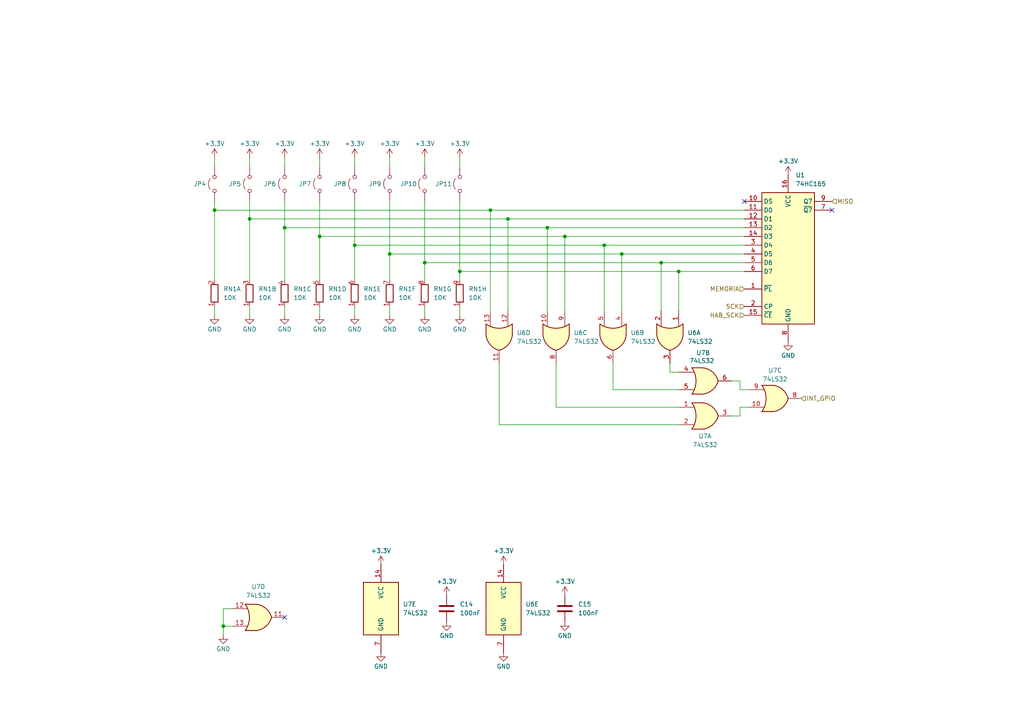
<source format=kicad_sch>
(kicad_sch (version 20250114) (generator "eeschema") (generator_version "9.0")
  (paper "A4")
  (lib_symbols
    (symbol "74xx:74HC165"
      (property "Reference" "U" (at -7.62 19.05 0))
      (property "Value" "74HC165" (at -7.62 -21.59 0))
      (symbol "74HC165_1_0"
        (pin input line (at -12.7 15.24 0) (length 5.08) (name "DS") (number "10"))
        (pin input line (at -12.7 12.7 0) (length 5.08) (name "D0") (number "11"))
        (pin input line (at -12.7 10.16 0) (length 5.08) (name "D1") (number "12"))
        (pin input line (at -12.7 7.62 0) (length 5.08) (name "D2") (number "13"))
        (pin input line (at -12.7 5.08 0) (length 5.08) (name "D3") (number "14"))
        (pin input line (at -12.7 2.54 0) (length 5.08) (name "D4") (number "3"))
        (pin input line (at -12.7 0 0) (length 5.08) (name "D5") (number "4"))
        (pin input line (at -12.7 -2.54 0) (length 5.08) (name "D6") (number "5"))
        (pin input line (at -12.7 -5.08 0) (length 5.08) (name "D7") (number "6"))
        (pin input line (at -12.7 -10.16 0) (length 5.08) (name "~{PL}") (number "1"))
        (pin input line (at -12.7 -15.24 0) (length 5.08) (name "CP") (number "2"))
        (pin input line (at -12.7 -17.78 0) (length 5.08) (name "~{CE}") (number "15"))
        (pin power_in line (at 0 22.86 270) (length 5.08) (name "VCC") (number "16"))
        (pin power_in line (at 0 -25.4 90) (length 5.08) (name "GND") (number "8"))
        (pin output line (at 12.7 15.24 180) (length 5.08) (name "Q7") (number "9"))
        (pin output line (at 12.7 12.7 180) (length 5.08) (name "~{Q7}") (number "7"))
      )
      (symbol "74HC165_1_1"
        (rectangle (start -7.62 17.78) (end 7.62 -20.32) (stroke (width 0.254)) (fill (type background)))
      )
    )
    (symbol "74xx:74LS32" (pin_names (offset 1.016))
      (property "Reference" "U" (at 0 1.27 0))
      (property "Value" "74LS32" (at 0 -1.27 0))
      (symbol "74LS32_1_1"
        (arc (start -3.81 3.81) (mid -2.589 0) (end -3.81 -3.81) (stroke (width 0.254)))
        (polyline (pts (xy -3.81 3.81) (xy -0.635 3.81)) (stroke (width 0.254)) (fill (type background)))
        (polyline (pts (xy -3.81 -3.81) (xy -0.635 -3.81)) (stroke (width 0.254)) (fill (type background)))
        (arc (start 3.81 0) (mid 2.1855 -2.584) (end -0.6096 -3.81) (stroke (width 0.254)) (fill (type background)))
        (arc (start -0.6096 3.81) (mid 2.1928 2.5924) (end 3.81 0) (stroke (width 0.254)) (fill (type background)))
        (polyline (pts (xy -0.635 3.81) (xy -3.81 3.81) (xy -3.81 3.81) (xy -3.556 3.4036) (xy -3.0226 2.2606) (xy -2.6924 1.0414) (xy -2.6162 -0.254) (xy -2.7686 -1.4986) (xy -3.175 -2.7178) (xy -3.81 -3.81) (xy -3.81 -3.81) (xy -0.635 -3.81)) (stroke (width -25.4)) (fill (type background)))
        (pin input line (at -7.62 2.54 0) (length 4.318) (name "~") (number "1"))
        (pin input line (at -7.62 -2.54 0) (length 4.318) (name "~") (number "2"))
        (pin output line (at 7.62 0 180) (length 3.81) (name "~") (number "3"))
      )
      (symbol "74LS32_1_2"
        (arc (start 0 3.81) (mid 3.7934 0) (end 0 -3.81) (stroke (width 0.254)) (fill (type background)))
        (polyline (pts (xy 0 3.81) (xy -3.81 3.81) (xy -3.81 -3.81) (xy 0 -3.81)) (stroke (width 0.254)) (fill (type background)))
        (pin input inverted (at -7.62 2.54 0) (length 3.81) (name "~") (number "1"))
        (pin input inverted (at -7.62 -2.54 0) (length 3.81) (name "~") (number "2"))
        (pin output inverted (at 7.62 0 180) (length 3.81) (name "~") (number "3"))
      )
      (symbol "74LS32_2_1"
        (arc (start -3.81 3.81) (mid -2.589 0) (end -3.81 -3.81) (stroke (width 0.254)))
        (polyline (pts (xy -3.81 3.81) (xy -0.635 3.81)) (stroke (width 0.254)) (fill (type background)))
        (polyline (pts (xy -3.81 -3.81) (xy -0.635 -3.81)) (stroke (width 0.254)) (fill (type background)))
        (arc (start 3.81 0) (mid 2.1855 -2.584) (end -0.6096 -3.81) (stroke (width 0.254)) (fill (type background)))
        (arc (start -0.6096 3.81) (mid 2.1928 2.5924) (end 3.81 0) (stroke (width 0.254)) (fill (type background)))
        (polyline (pts (xy -0.635 3.81) (xy -3.81 3.81) (xy -3.81 3.81) (xy -3.556 3.4036) (xy -3.0226 2.2606) (xy -2.6924 1.0414) (xy -2.6162 -0.254) (xy -2.7686 -1.4986) (xy -3.175 -2.7178) (xy -3.81 -3.81) (xy -3.81 -3.81) (xy -0.635 -3.81)) (stroke (width -25.4)) (fill (type background)))
        (pin input line (at -7.62 2.54 0) (length 4.318) (name "~") (number "4"))
        (pin input line (at -7.62 -2.54 0) (length 4.318) (name "~") (number "5"))
        (pin output line (at 7.62 0 180) (length 3.81) (name "~") (number "6"))
      )
      (symbol "74LS32_2_2"
        (arc (start 0 3.81) (mid 3.7934 0) (end 0 -3.81) (stroke (width 0.254)) (fill (type background)))
        (polyline (pts (xy 0 3.81) (xy -3.81 3.81) (xy -3.81 -3.81) (xy 0 -3.81)) (stroke (width 0.254)) (fill (type background)))
        (pin input inverted (at -7.62 2.54 0) (length 3.81) (name "~") (number "4"))
        (pin input inverted (at -7.62 -2.54 0) (length 3.81) (name "~") (number "5"))
        (pin output inverted (at 7.62 0 180) (length 3.81) (name "~") (number "6"))
      )
      (symbol "74LS32_3_1"
        (arc (start -3.81 3.81) (mid -2.589 0) (end -3.81 -3.81) (stroke (width 0.254)))
        (polyline (pts (xy -3.81 3.81) (xy -0.635 3.81)) (stroke (width 0.254)) (fill (type background)))
        (polyline (pts (xy -3.81 -3.81) (xy -0.635 -3.81)) (stroke (width 0.254)) (fill (type background)))
        (arc (start 3.81 0) (mid 2.1855 -2.584) (end -0.6096 -3.81) (stroke (width 0.254)) (fill (type background)))
        (arc (start -0.6096 3.81) (mid 2.1928 2.5924) (end 3.81 0) (stroke (width 0.254)) (fill (type background)))
        (polyline (pts (xy -0.635 3.81) (xy -3.81 3.81) (xy -3.81 3.81) (xy -3.556 3.4036) (xy -3.0226 2.2606) (xy -2.6924 1.0414) (xy -2.6162 -0.254) (xy -2.7686 -1.4986) (xy -3.175 -2.7178) (xy -3.81 -3.81) (xy -3.81 -3.81) (xy -0.635 -3.81)) (stroke (width -25.4)) (fill (type background)))
        (pin input line (at -7.62 2.54 0) (length 4.318) (name "~") (number "9"))
        (pin input line (at -7.62 -2.54 0) (length 4.318) (name "~") (number "10"))
        (pin output line (at 7.62 0 180) (length 3.81) (name "~") (number "8"))
      )
      (symbol "74LS32_3_2"
        (arc (start 0 3.81) (mid 3.7934 0) (end 0 -3.81) (stroke (width 0.254)) (fill (type background)))
        (polyline (pts (xy 0 3.81) (xy -3.81 3.81) (xy -3.81 -3.81) (xy 0 -3.81)) (stroke (width 0.254)) (fill (type background)))
        (pin input inverted (at -7.62 2.54 0) (length 3.81) (name "~") (number "9"))
        (pin input inverted (at -7.62 -2.54 0) (length 3.81) (name "~") (number "10"))
        (pin output inverted (at 7.62 0 180) (length 3.81) (name "~") (number "8"))
      )
      (symbol "74LS32_4_1"
        (arc (start -3.81 3.81) (mid -2.589 0) (end -3.81 -3.81) (stroke (width 0.254)))
        (polyline (pts (xy -3.81 3.81) (xy -0.635 3.81)) (stroke (width 0.254)) (fill (type background)))
        (polyline (pts (xy -3.81 -3.81) (xy -0.635 -3.81)) (stroke (width 0.254)) (fill (type background)))
        (arc (start 3.81 0) (mid 2.1855 -2.584) (end -0.6096 -3.81) (stroke (width 0.254)) (fill (type background)))
        (arc (start -0.6096 3.81) (mid 2.1928 2.5924) (end 3.81 0) (stroke (width 0.254)) (fill (type background)))
        (polyline (pts (xy -0.635 3.81) (xy -3.81 3.81) (xy -3.81 3.81) (xy -3.556 3.4036) (xy -3.0226 2.2606) (xy -2.6924 1.0414) (xy -2.6162 -0.254) (xy -2.7686 -1.4986) (xy -3.175 -2.7178) (xy -3.81 -3.81) (xy -3.81 -3.81) (xy -0.635 -3.81)) (stroke (width -25.4)) (fill (type background)))
        (pin input line (at -7.62 2.54 0) (length 4.318) (name "~") (number "12"))
        (pin input line (at -7.62 -2.54 0) (length 4.318) (name "~") (number "13"))
        (pin output line (at 7.62 0 180) (length 3.81) (name "~") (number "11"))
      )
      (symbol "74LS32_4_2"
        (arc (start 0 3.81) (mid 3.7934 0) (end 0 -3.81) (stroke (width 0.254)) (fill (type background)))
        (polyline (pts (xy 0 3.81) (xy -3.81 3.81) (xy -3.81 -3.81) (xy 0 -3.81)) (stroke (width 0.254)) (fill (type background)))
        (pin input inverted (at -7.62 2.54 0) (length 3.81) (name "~") (number "12"))
        (pin input inverted (at -7.62 -2.54 0) (length 3.81) (name "~") (number "13"))
        (pin output inverted (at 7.62 0 180) (length 3.81) (name "~") (number "11"))
      )
      (symbol "74LS32_5_0"
        (pin power_in line (at 0 12.7 270) (length 5.08) (name "VCC") (number "14"))
        (pin power_in line (at 0 -12.7 90) (length 5.08) (name "GND") (number "7"))
      )
      (symbol "74LS32_5_1"
        (rectangle (start -5.08 7.62) (end 5.08 -7.62) (stroke (width 0.254)) (fill (type background)))
      )
    )
    (symbol "Device:C" (pin_numbers (hide yes)) (pin_names (offset 0.254))
      (property "Reference" "C" (at 0.635 2.54 0))
      (property "Value" "C" (at 0.635 -2.54 0))
      (symbol "C_0_1"
        (polyline (pts (xy -2.032 0.762) (xy 2.032 0.762)) (stroke (width 0.508)))
        (polyline (pts (xy -2.032 -0.762) (xy 2.032 -0.762)) (stroke (width 0.508)))
      )
      (symbol "C_1_1"
        (pin passive line (at 0 3.81 270) (length 2.794) (name "~") (number "1"))
        (pin passive line (at 0 -3.81 90) (length 2.794) (name "~") (number "2"))
      )
    )
    (symbol "Device:R_Network08_Split" (pin_names (offset 0) (hide yes))
      (property "Reference" "RN" (at 2.032 0 90))
      (property "Value" "R_Network08_Split" (at 0 0 90))
      (symbol "R_Network08_Split_0_1"
        (rectangle (start 1.016 2.54) (end -1.016 -2.54) (stroke (width 0.254)))
        (pin passive line (at 0 3.81 270) (length 1.27) (name "R1") (number "1"))
      )
      (symbol "R_Network08_Split_1_1"
        (pin passive line (at 0 -3.81 90) (length 1.27) (name "R1.2") (number "2"))
      )
      (symbol "R_Network08_Split_2_1"
        (pin passive line (at 0 -3.81 90) (length 1.27) (name "R2.2") (number "3"))
      )
      (symbol "R_Network08_Split_3_1"
        (pin passive line (at 0 -3.81 90) (length 1.27) (name "R3.2") (number "4"))
      )
      (symbol "R_Network08_Split_4_1"
        (pin passive line (at 0 -3.81 90) (length 1.27) (name "R4.2") (number "5"))
      )
      (symbol "R_Network08_Split_5_1"
        (pin passive line (at 0 -3.81 90) (length 1.27) (name "R5.2") (number "6"))
      )
      (symbol "R_Network08_Split_6_1"
        (pin passive line (at 0 -3.81 90) (length 1.27) (name "R6.2") (number "7"))
      )
      (symbol "R_Network08_Split_7_1"
        (pin passive line (at 0 -3.81 90) (length 1.27) (name "R7.2") (number "8"))
      )
      (symbol "R_Network08_Split_8_1"
        (pin passive line (at 0 -3.81 90) (length 1.27) (name "R8.2") (number "9"))
      )
    )
    (symbol "Jumper:Jumper_2_Open" (pin_numbers (hide yes)) (pin_names (offset 0) (hide yes))
      (property "Reference" "JP" (at 0 2.794 0))
      (property "Value" "Jumper_2_Open" (at 0 -2.286 0))
      (symbol "Jumper_2_Open_0_0"
        (circle (center -2.032 0) (radius 0.508))
        (circle (center 2.032 0) (radius 0.508))
      )
      (symbol "Jumper_2_Open_0_1"
        (arc (start -1.524 1.27) (mid 0 1.778) (end 1.524 1.27))
      )
      (symbol "Jumper_2_Open_1_1"
        (pin passive line (at -5.08 0 0) (length 2.54) (name "A") (number "1"))
        (pin passive line (at 5.08 0 180) (length 2.54) (name "B") (number "2"))
      )
    )
    (symbol "power:+3.3V" (power) (pin_numbers (hide yes)) (pin_names (offset 0) (hide yes))
      (property "Value" "+3.3V" (at 0 3.556 0))
      (symbol "+3.3V_0_1"
        (polyline (pts (xy -0.762 1.27) (xy 0 2.54)))
        (polyline (pts (xy 0 2.54) (xy 0.762 1.27)))
        (polyline (pts (xy 0 0) (xy 0 2.54)))
      )
      (symbol "+3.3V_1_1"
        (pin power_in line (at 0 0 90) (length 0) (name "~") (number "1"))
      )
    )
    (symbol "power:GND" (power) (pin_numbers (hide yes)) (pin_names (offset 0) (hide yes))
      (property "Value" "GND" (at 0 -3.81 0))
      (symbol "GND_0_1"
        (polyline (pts (xy 0 0) (xy 0 -1.27) (xy 1.27 -1.27) (xy 0 -2.54) (xy -1.27 -1.27) (xy 0 -1.27)))
      )
      (symbol "GND_1_1"
        (pin power_in line (at 0 0 270) (length 0) (name "~") (number "1"))
      )
    )
  )
  (junction (at 72.39 63.5))
  (junction (at 133.35 78.74))
  (junction (at 123.19 76.2))
  (junction (at 92.71 68.58))
  (junction (at 62.23 60.96))
  (junction (at 175.26 71.12))
  (junction (at 180.34 73.66))
  (junction (at 191.77 76.2))
  (junction (at 102.87 71.12))
  (junction (at 196.85 78.74))
  (junction (at 142.24 60.96))
  (junction (at 64.77 181.61))
  (junction (at 158.75 66.04))
  (junction (at 147.32 63.5))
  (junction (at 113.03 73.66))
  (junction (at 82.55 66.04))
  (junction (at 163.83 68.58))
  (no_connect (at 82.55 179.07))
  (no_connect (at 215.9 58.42))
  (no_connect (at 241.3 60.96))
  (wire (pts (xy 62.23 88.9) (xy 62.23 91.44)))
  (wire (pts (xy 196.85 113.03) (xy 177.8 113.03)))
  (wire (pts (xy 72.39 81.28) (xy 72.39 63.5)))
  (wire (pts (xy 161.29 118.11) (xy 161.29 105.41)))
  (wire (pts (xy 64.77 176.53) (xy 67.31 176.53)))
  (wire (pts (xy 158.75 66.04) (xy 158.75 90.17)))
  (wire (pts (xy 180.34 73.66) (xy 180.34 90.17)))
  (wire (pts (xy 102.87 88.9) (xy 102.87 91.44)))
  (wire (pts (xy 133.35 45.72) (xy 133.35 48.26)))
  (wire (pts (xy 163.83 68.58) (xy 215.9 68.58)))
  (wire (pts (xy 62.23 81.28) (xy 62.23 60.96)))
  (wire (pts (xy 64.77 181.61) (xy 67.31 181.61)))
  (wire (pts (xy 177.8 113.03) (xy 177.8 105.41)))
  (wire (pts (xy 214.63 110.49) (xy 214.63 113.03)))
  (wire (pts (xy 123.19 88.9) (xy 123.19 91.44)))
  (wire (pts (xy 133.35 58.42) (xy 133.35 78.74)))
  (wire (pts (xy 113.03 58.42) (xy 113.03 73.66)))
  (wire (pts (xy 196.85 78.74) (xy 196.85 90.17)))
  (wire (pts (xy 82.55 88.9) (xy 82.55 91.44)))
  (wire (pts (xy 62.23 58.42) (xy 62.23 60.96)))
  (wire (pts (xy 214.63 113.03) (xy 217.17 113.03)))
  (wire (pts (xy 133.35 81.28) (xy 133.35 78.74)))
  (wire (pts (xy 196.85 118.11) (xy 161.29 118.11)))
  (wire (pts (xy 82.55 66.04) (xy 158.75 66.04)))
  (wire (pts (xy 82.55 58.42) (xy 82.55 66.04)))
  (wire (pts (xy 113.03 73.66) (xy 180.34 73.66)))
  (wire (pts (xy 163.83 68.58) (xy 163.83 90.17)))
  (wire (pts (xy 194.31 107.95) (xy 194.31 105.41)))
  (wire (pts (xy 191.77 76.2) (xy 191.77 90.17)))
  (wire (pts (xy 196.85 107.95) (xy 194.31 107.95)))
  (wire (pts (xy 142.24 60.96) (xy 142.24 90.17)))
  (wire (pts (xy 212.09 110.49) (xy 214.63 110.49)))
  (wire (pts (xy 158.75 66.04) (xy 215.9 66.04)))
  (wire (pts (xy 113.03 81.28) (xy 113.03 73.66)))
  (wire (pts (xy 133.35 78.74) (xy 196.85 78.74)))
  (wire (pts (xy 92.71 58.42) (xy 92.71 68.58)))
  (wire (pts (xy 175.26 71.12) (xy 215.9 71.12)))
  (wire (pts (xy 92.71 68.58) (xy 163.83 68.58)))
  (wire (pts (xy 214.63 118.11) (xy 217.17 118.11)))
  (wire (pts (xy 180.34 73.66) (xy 215.9 73.66)))
  (wire (pts (xy 123.19 76.2) (xy 123.19 81.28)))
  (wire (pts (xy 133.35 88.9) (xy 133.35 91.44)))
  (wire (pts (xy 72.39 88.9) (xy 72.39 91.44)))
  (wire (pts (xy 102.87 45.72) (xy 102.87 48.26)))
  (wire (pts (xy 175.26 71.12) (xy 175.26 90.17)))
  (wire (pts (xy 92.71 68.58) (xy 92.71 81.28)))
  (wire (pts (xy 64.77 184.15) (xy 64.77 181.61)))
  (wire (pts (xy 123.19 45.72) (xy 123.19 48.26)))
  (wire (pts (xy 102.87 71.12) (xy 175.26 71.12)))
  (wire (pts (xy 144.78 123.19) (xy 144.78 105.41)))
  (wire (pts (xy 62.23 60.96) (xy 142.24 60.96)))
  (wire (pts (xy 113.03 45.72) (xy 113.03 48.26)))
  (wire (pts (xy 212.09 120.65) (xy 214.63 120.65)))
  (wire (pts (xy 123.19 76.2) (xy 191.77 76.2)))
  (wire (pts (xy 147.32 63.5) (xy 147.32 90.17)))
  (wire (pts (xy 82.55 81.28) (xy 82.55 66.04)))
  (wire (pts (xy 92.71 45.72) (xy 92.71 48.26)))
  (wire (pts (xy 72.39 58.42) (xy 72.39 63.5)))
  (wire (pts (xy 62.23 45.72) (xy 62.23 48.26)))
  (wire (pts (xy 142.24 60.96) (xy 215.9 60.96)))
  (wire (pts (xy 82.55 45.72) (xy 82.55 48.26)))
  (wire (pts (xy 72.39 63.5) (xy 147.32 63.5)))
  (wire (pts (xy 196.85 123.19) (xy 144.78 123.19)))
  (wire (pts (xy 196.85 78.74) (xy 215.9 78.74)))
  (wire (pts (xy 64.77 181.61) (xy 64.77 176.53)))
  (wire (pts (xy 147.32 63.5) (xy 215.9 63.5)))
  (wire (pts (xy 214.63 120.65) (xy 214.63 118.11)))
  (wire (pts (xy 191.77 76.2) (xy 215.9 76.2)))
  (wire (pts (xy 113.03 88.9) (xy 113.03 91.44)))
  (wire (pts (xy 102.87 81.28) (xy 102.87 71.12)))
  (wire (pts (xy 92.71 88.9) (xy 92.71 91.44)))
  (wire (pts (xy 102.87 58.42) (xy 102.87 71.12)))
  (wire (pts (xy 72.39 45.72) (xy 72.39 48.26)))
  (wire (pts (xy 123.19 58.42) (xy 123.19 76.2)))
  (hierarchical_label "SCK" (shape input) (at 215.9 88.9 180))
  (hierarchical_label "HAB_SCK" (shape input) (at 215.9 91.44 180))
  (hierarchical_label "MISO" (shape input) (at 241.3 58.42 0))
  (hierarchical_label "MEMORIA" (shape input) (at 215.9 83.82 180))
  (hierarchical_label "INT_GPIO" (shape input) (at 232.41 115.57 0))
  (symbol (lib_id "Jumper:Jumper_2_Open") (at 123.19 53.34 90) (unit 1)
    (property "Reference" "JP10" (at 116.078 53.34 90) (effects (justify right)))
    (property "Value" "Jumper_2_Open" (effects (hide yes)))
    (property "Footprint" "TestPoint:TestPoint_2Pads_Pitch2.54mm_Drill0.8mm" (effects (hide yes)))
    (property "Description" "Jumper, 2-pole, open" (effects (hide yes)))
  )
  (symbol (lib_id "power:+3.3V") (at 163.83 172.72 0) (unit 1)
    (property "Reference" "#PWR066" (effects (hide yes)))
    (property "Value" "+3.3V" (at 163.83 168.656 0))
    (property "Description" "Power symbol creates a global label with name \"+3.3V\"" (effects (hide yes)))
  )
  (symbol (lib_id "power:GND") (at 113.03 91.44 0) (unit 1)
    (property "Reference" "#PWR046" (effects (hide yes)))
    (property "Value" "GND" (at 113.03 95.504 0))
    (property "Description" "Power symbol creates a global label with name \"GND\" , ground" (effects (hide yes)))
  )
  (symbol (lib_id "Device:R_Network08_Split") (at 82.55 85.09 180) (unit 3)
    (property "Reference" "RN1" (at 85.09 83.8199 0) (effects (justify right)))
    (property "Value" "10K" (at 85.09 86.3599 0) (effects (justify right)))
    (property "Footprint" "Resistor_THT:R_Array_SIP9" (effects (hide yes)))
    (property "Datasheet" "http://www.vishay.com/docs/31509/csc.pdf" (effects (hide yes)))
    (property "Description" "8 resistor network, star topology, bussed resistors, split" (effects (hide yes)))
  )
  (symbol (lib_id "Device:R_Network08_Split") (at 123.19 85.09 180) (unit 7)
    (property "Reference" "RN1" (at 125.73 83.8199 0) (effects (justify right)))
    (property "Value" "10K" (at 125.73 86.3599 0) (effects (justify right)))
    (property "Footprint" "Resistor_THT:R_Array_SIP9" (effects (hide yes)))
    (property "Datasheet" "http://www.vishay.com/docs/31509/csc.pdf" (effects (hide yes)))
    (property "Description" "8 resistor network, star topology, bussed resistors, split" (effects (hide yes)))
  )
  (symbol (lib_id "power:+3.3V") (at 133.35 45.72 0) (unit 1)
    (property "Reference" "#PWR059" (effects (hide yes)))
    (property "Value" "+3.3V" (at 133.35 41.656 0))
    (property "Description" "Power symbol creates a global label with name \"+3.3V\"" (effects (hide yes)))
  )
  (symbol (lib_id "Jumper:Jumper_2_Open") (at 72.39 53.34 90) (unit 1)
    (property "Reference" "JP5" (at 66.294 53.34 90) (effects (justify right)))
    (property "Value" "Jumper_2_Open" (effects (hide yes)))
    (property "Footprint" "TestPoint:TestPoint_2Pads_Pitch2.54mm_Drill0.8mm" (effects (hide yes)))
    (property "Description" "Jumper, 2-pole, open" (effects (hide yes)))
  )
  (symbol (lib_id "Device:R_Network08_Split") (at 92.71 85.09 180) (unit 4)
    (property "Reference" "RN1" (at 95.25 83.8199 0) (effects (justify right)))
    (property "Value" "10K" (at 95.25 86.3599 0) (effects (justify right)))
    (property "Footprint" "Resistor_THT:R_Array_SIP9" (effects (hide yes)))
    (property "Datasheet" "http://www.vishay.com/docs/31509/csc.pdf" (effects (hide yes)))
    (property "Description" "8 resistor network, star topology, bussed resistors, split" (effects (hide yes)))
  )
  (symbol (lib_id "74xx:74LS32") (at 161.29 97.79 270) (unit 3)
    (property "Reference" "U6" (at 166.37 96.5199 90) (effects (justify left)))
    (property "Value" "74LS32" (at 166.37 99.0599 90) (effects (justify left)))
    (property "Datasheet" "http://www.ti.com/lit/gpn/sn74LS32" (effects (hide yes)))
    (property "Description" "Quad 2-input OR" (effects (hide yes)))
  )
  (symbol (lib_id "Jumper:Jumper_2_Open") (at 82.55 53.34 90) (unit 1)
    (property "Reference" "JP6" (at 76.454 53.34 90) (effects (justify right)))
    (property "Value" "Jumper_2_Open" (effects (hide yes)))
    (property "Footprint" "TestPoint:TestPoint_2Pads_Pitch2.54mm_Drill0.8mm" (effects (hide yes)))
    (property "Description" "Jumper, 2-pole, open" (effects (hide yes)))
  )
  (symbol (lib_id "power:+3.3V") (at 72.39 45.72 0) (unit 1)
    (property "Reference" "#PWR053" (effects (hide yes)))
    (property "Value" "+3.3V" (at 72.39 41.656 0))
    (property "Description" "Power symbol creates a global label with name \"+3.3V\"" (effects (hide yes)))
  )
  (symbol (lib_id "74xx:74LS32") (at 204.47 110.49 0) (unit 2)
    (property "Reference" "U7" (at 201.93 102.362 0) (effects (justify left)))
    (property "Value" "74LS32" (at 199.898 104.648 0) (effects (justify left)))
    (property "Datasheet" "http://www.ti.com/lit/gpn/sn74LS32" (effects (hide yes)))
    (property "Description" "Quad 2-input OR" (effects (hide yes)))
  )
  (symbol (lib_id "power:+3.3V") (at 82.55 45.72 0) (unit 1)
    (property "Reference" "#PWR054" (effects (hide yes)))
    (property "Value" "+3.3V" (at 82.55 41.656 0))
    (property "Description" "Power symbol creates a global label with name \"+3.3V\"" (effects (hide yes)))
  )
  (symbol (lib_id "74xx:74LS32") (at 110.49 176.53 0) (unit 5)
    (property "Reference" "U7" (at 116.84 175.2599 0) (effects (justify left)))
    (property "Value" "74LS32" (at 116.84 177.7999 0) (effects (justify left)))
    (property "Datasheet" "http://www.ti.com/lit/gpn/sn74LS32" (effects (hide yes)))
    (property "Description" "Quad 2-input OR" (effects (hide yes)))
  )
  (symbol (lib_id "74xx:74LS32") (at 194.31 97.79 270) (unit 1)
    (property "Reference" "U6" (at 199.39 96.5199 90) (effects (justify left)))
    (property "Value" "74LS32" (at 199.39 99.0599 90) (effects (justify left)))
    (property "Datasheet" "http://www.ti.com/lit/gpn/sn74LS32" (effects (hide yes)))
    (property "Description" "Quad 2-input OR" (effects (hide yes)))
  )
  (symbol (lib_id "Device:R_Network08_Split") (at 133.35 85.09 180) (unit 8)
    (property "Reference" "RN1" (at 135.89 83.8199 0) (effects (justify right)))
    (property "Value" "10K" (at 135.89 86.3599 0) (effects (justify right)))
    (property "Footprint" "Resistor_THT:R_Array_SIP9" (effects (hide yes)))
    (property "Datasheet" "http://www.vishay.com/docs/31509/csc.pdf" (effects (hide yes)))
    (property "Description" "8 resistor network, star topology, bussed resistors, split" (effects (hide yes)))
  )
  (symbol (lib_id "74xx:74HC165") (at 228.6 73.66 0) (unit 1)
    (property "Reference" "U1" (at 230.7433 50.8 0) (effects (justify left)))
    (property "Value" "74HC165" (at 230.7433 53.34 0) (effects (justify left)))
    (property "Footprint" "Package_SO:SOIC-16_3.9x9.9mm_P1.27mm" (effects (hide yes)))
    (property "Datasheet" "https://assets.nexperia.com/documents/data-sheet/74HC_HCT165.pdf" (effects (hide yes)))
    (property "Description" "Shift Register, 8-bit, Parallel Load" (effects (hide yes)))
  )
  (symbol (lib_id "power:GND") (at 123.19 91.44 0) (unit 1)
    (property "Reference" "#PWR045" (effects (hide yes)))
    (property "Value" "GND" (at 123.19 95.504 0))
    (property "Description" "Power symbol creates a global label with name \"GND\" , ground" (effects (hide yes)))
  )
  (symbol (lib_id "74xx:74LS32") (at 146.05 176.53 0) (unit 5)
    (property "Reference" "U6" (at 152.4 175.2599 0) (effects (justify left)))
    (property "Value" "74LS32" (at 152.4 177.7999 0) (effects (justify left)))
    (property "Datasheet" "http://www.ti.com/lit/gpn/sn74LS32" (effects (hide yes)))
    (property "Description" "Quad 2-input OR" (effects (hide yes)))
  )
  (symbol (lib_id "power:+3.3V") (at 228.6 50.8 0) (unit 1)
    (property "Reference" "#PWR01" (effects (hide yes)))
    (property "Value" "+3.3V" (at 228.6 46.736 0))
    (property "Description" "Power symbol creates a global label with name \"+3.3V\"" (effects (hide yes)))
  )
  (symbol (lib_id "power:GND") (at 92.71 91.44 0) (unit 1)
    (property "Reference" "#PWR048" (effects (hide yes)))
    (property "Value" "GND" (at 92.71 95.504 0))
    (property "Description" "Power symbol creates a global label with name \"GND\" , ground" (effects (hide yes)))
  )
  (symbol (lib_id "power:+3.3V") (at 123.19 45.72 0) (unit 1)
    (property "Reference" "#PWR058" (effects (hide yes)))
    (property "Value" "+3.3V" (at 123.19 41.656 0))
    (property "Description" "Power symbol creates a global label with name \"+3.3V\"" (effects (hide yes)))
  )
  (symbol (lib_id "power:GND") (at 102.87 91.44 0) (unit 1)
    (property "Reference" "#PWR047" (effects (hide yes)))
    (property "Value" "GND" (at 102.87 95.504 0))
    (property "Description" "Power symbol creates a global label with name \"GND\" , ground" (effects (hide yes)))
  )
  (symbol (lib_id "Device:R_Network08_Split") (at 102.87 85.09 180) (unit 5)
    (property "Reference" "RN1" (at 105.41 83.8199 0) (effects (justify right)))
    (property "Value" "10K" (at 105.41 86.3599 0) (effects (justify right)))
    (property "Footprint" "Resistor_THT:R_Array_SIP9" (effects (hide yes)))
    (property "Datasheet" "http://www.vishay.com/docs/31509/csc.pdf" (effects (hide yes)))
    (property "Description" "8 resistor network, star topology, bussed resistors, split" (effects (hide yes)))
  )
  (symbol (lib_id "Device:C") (at 163.83 176.53 0) (unit 1)
    (property "Reference" "C15" (at 167.64 175.2599 0) (effects (justify left)))
    (property "Value" "100nF" (at 167.64 177.7999 0) (effects (justify left)))
    (property "Footprint" "Capacitor_SMD:C_0805_2012Metric_Pad1.18x1.45mm_HandSolder" (effects (hide yes)))
    (property "Description" "Unpolarized capacitor" (effects (hide yes)))
  )
  (symbol (lib_id "power:GND") (at 146.05 189.23 0) (unit 1)
    (property "Reference" "#PWR062" (effects (hide yes)))
    (property "Value" "GND" (at 146.05 193.294 0))
    (property "Description" "Power symbol creates a global label with name \"GND\" , ground" (effects (hide yes)))
  )
  (symbol (lib_id "Jumper:Jumper_2_Open") (at 133.35 53.34 90) (unit 1)
    (property "Reference" "JP11" (at 126.238 53.34 90) (effects (justify right)))
    (property "Value" "Jumper_2_Open" (effects (hide yes)))
    (property "Footprint" "TestPoint:TestPoint_2Pads_Pitch2.54mm_Drill0.8mm" (effects (hide yes)))
    (property "Description" "Jumper, 2-pole, open" (effects (hide yes)))
  )
  (symbol (lib_id "Device:R_Network08_Split") (at 113.03 85.09 180) (unit 6)
    (property "Reference" "RN1" (at 115.57 83.8199 0) (effects (justify right)))
    (property "Value" "10K" (at 115.57 86.3599 0) (effects (justify right)))
    (property "Footprint" "Resistor_THT:R_Array_SIP9" (effects (hide yes)))
    (property "Datasheet" "http://www.vishay.com/docs/31509/csc.pdf" (effects (hide yes)))
    (property "Description" "8 resistor network, star topology, bussed resistors, split" (effects (hide yes)))
  )
  (symbol (lib_id "power:GND") (at 72.39 91.44 0) (unit 1)
    (property "Reference" "#PWR050" (effects (hide yes)))
    (property "Value" "GND" (at 72.39 95.504 0))
    (property "Description" "Power symbol creates a global label with name \"GND\" , ground" (effects (hide yes)))
  )
  (symbol (lib_id "power:GND") (at 133.35 91.44 0) (unit 1)
    (property "Reference" "#PWR03" (effects (hide yes)))
    (property "Value" "GND" (at 133.35 95.504 0))
    (property "Description" "Power symbol creates a global label with name \"GND\" , ground" (effects (hide yes)))
  )
  (symbol (lib_id "power:GND") (at 163.83 180.34 0) (unit 1)
    (property "Reference" "#PWR067" (effects (hide yes)))
    (property "Value" "GND" (at 163.83 184.404 0))
    (property "Description" "Power symbol creates a global label with name \"GND\" , ground" (effects (hide yes)))
  )
  (symbol (lib_id "power:+3.3V") (at 129.54 172.72 0) (unit 1)
    (property "Reference" "#PWR064" (effects (hide yes)))
    (property "Value" "+3.3V" (at 129.54 168.656 0))
    (property "Description" "Power symbol creates a global label with name \"+3.3V\"" (effects (hide yes)))
  )
  (symbol (lib_id "power:GND") (at 82.55 91.44 0) (unit 1)
    (property "Reference" "#PWR049" (effects (hide yes)))
    (property "Value" "GND" (at 82.55 95.504 0))
    (property "Description" "Power symbol creates a global label with name \"GND\" , ground" (effects (hide yes)))
  )
  (symbol (lib_id "74xx:74LS32") (at 144.78 97.79 270) (unit 4)
    (property "Reference" "U6" (at 149.86 96.5199 90) (effects (justify left)))
    (property "Value" "74LS32" (at 149.86 99.0599 90) (effects (justify left)))
    (property "Datasheet" "http://www.ti.com/lit/gpn/sn74LS32" (effects (hide yes)))
    (property "Description" "Quad 2-input OR" (effects (hide yes)))
  )
  (symbol (lib_id "74xx:74LS32") (at 74.93 179.07 0) (unit 4)
    (property "Reference" "U7" (at 74.93 170.18 0))
    (property "Value" "74LS32" (at 74.93 172.72 0))
    (property "Datasheet" "http://www.ti.com/lit/gpn/sn74LS32" (effects (hide yes)))
    (property "Description" "Quad 2-input OR" (effects (hide yes)))
  )
  (symbol (lib_id "Device:R_Network08_Split") (at 62.23 85.09 180) (unit 1)
    (property "Reference" "RN1" (at 64.77 83.8199 0) (effects (justify right)))
    (property "Value" "10K" (at 64.77 86.3599 0) (effects (justify right)))
    (property "Footprint" "Resistor_THT:R_Array_SIP9" (effects (hide yes)))
    (property "Datasheet" "http://www.vishay.com/docs/31509/csc.pdf" (effects (hide yes)))
    (property "Description" "8 resistor network, star topology, bussed resistors, split" (effects (hide yes)))
  )
  (symbol (lib_id "power:GND") (at 110.49 189.23 0) (unit 1)
    (property "Reference" "#PWR063" (effects (hide yes)))
    (property "Value" "GND" (at 110.49 193.294 0))
    (property "Description" "Power symbol creates a global label with name \"GND\" , ground" (effects (hide yes)))
  )
  (symbol (lib_id "power:+3.3V") (at 92.71 45.72 0) (unit 1)
    (property "Reference" "#PWR055" (effects (hide yes)))
    (property "Value" "+3.3V" (at 92.71 41.656 0))
    (property "Description" "Power symbol creates a global label with name \"+3.3V\"" (effects (hide yes)))
  )
  (symbol (lib_id "power:GND") (at 228.6 99.06 0) (unit 1)
    (property "Reference" "#PWR02" (effects (hide yes)))
    (property "Value" "GND" (at 228.6 103.124 0))
    (property "Description" "Power symbol creates a global label with name \"GND\" , ground" (effects (hide yes)))
  )
  (symbol (lib_id "74xx:74LS32") (at 204.47 120.65 0) (unit 1)
    (property "Reference" "U7" (at 204.47 126.492 0))
    (property "Value" "74LS32" (at 204.47 129.032 0))
    (property "Datasheet" "http://www.ti.com/lit/gpn/sn74LS32" (effects (hide yes)))
    (property "Description" "Quad 2-input OR" (effects (hide yes)))
  )
  (symbol (lib_id "power:GND") (at 129.54 180.34 0) (unit 1)
    (property "Reference" "#PWR065" (effects (hide yes)))
    (property "Value" "GND" (at 129.54 184.404 0))
    (property "Description" "Power symbol creates a global label with name \"GND\" , ground" (effects (hide yes)))
  )
  (symbol (lib_id "Jumper:Jumper_2_Open") (at 92.71 53.34 90) (unit 1)
    (property "Reference" "JP7" (at 86.614 53.34 90) (effects (justify right)))
    (property "Value" "Jumper_2_Open" (effects (hide yes)))
    (property "Footprint" "TestPoint:TestPoint_2Pads_Pitch2.54mm_Drill0.8mm" (effects (hide yes)))
    (property "Description" "Jumper, 2-pole, open" (effects (hide yes)))
  )
  (symbol (lib_id "power:+3.3V") (at 146.05 163.83 0) (unit 1)
    (property "Reference" "#PWR060" (effects (hide yes)))
    (property "Value" "+3.3V" (at 146.05 159.766 0))
    (property "Description" "Power symbol creates a global label with name \"+3.3V\"" (effects (hide yes)))
  )
  (symbol (lib_id "74xx:74LS32") (at 177.8 97.79 270) (unit 2)
    (property "Reference" "U6" (at 182.88 96.5199 90) (effects (justify left)))
    (property "Value" "74LS32" (at 182.88 99.0599 90) (effects (justify left)))
    (property "Datasheet" "http://www.ti.com/lit/gpn/sn74LS32" (effects (hide yes)))
    (property "Description" "Quad 2-input OR" (effects (hide yes)))
  )
  (symbol (lib_id "power:+3.3V") (at 62.23 45.72 0) (unit 1)
    (property "Reference" "#PWR052" (effects (hide yes)))
    (property "Value" "+3.3V" (at 62.23 41.656 0))
    (property "Description" "Power symbol creates a global label with name \"+3.3V\"" (effects (hide yes)))
  )
  (symbol (lib_id "Jumper:Jumper_2_Open") (at 102.87 53.34 90) (unit 1)
    (property "Reference" "JP8" (at 96.774 53.34 90) (effects (justify right)))
    (property "Value" "Jumper_2_Open" (effects (hide yes)))
    (property "Footprint" "TestPoint:TestPoint_2Pads_Pitch2.54mm_Drill0.8mm" (effects (hide yes)))
    (property "Description" "Jumper, 2-pole, open" (effects (hide yes)))
  )
  (symbol (lib_id "74xx:74LS32") (at 224.79 115.57 0) (unit 3)
    (property "Reference" "U7" (at 224.79 107.442 0))
    (property "Value" "74LS32" (at 224.79 109.982 0))
    (property "Datasheet" "http://www.ti.com/lit/gpn/sn74LS32" (effects (hide yes)))
    (property "Description" "Quad 2-input OR" (effects (hide yes)))
  )
  (symbol (lib_id "power:+3.3V") (at 113.03 45.72 0) (unit 1)
    (property "Reference" "#PWR057" (effects (hide yes)))
    (property "Value" "+3.3V" (at 113.03 41.656 0))
    (property "Description" "Power symbol creates a global label with name \"+3.3V\"" (effects (hide yes)))
  )
  (symbol (lib_id "Device:C") (at 129.54 176.53 0) (unit 1)
    (property "Reference" "C14" (at 133.35 175.2599 0) (effects (justify left)))
    (property "Value" "100nF" (at 133.35 177.7999 0) (effects (justify left)))
    (property "Footprint" "Capacitor_SMD:C_0805_2012Metric_Pad1.18x1.45mm_HandSolder" (effects (hide yes)))
    (property "Description" "Unpolarized capacitor" (effects (hide yes)))
  )
  (symbol (lib_id "power:+3.3V") (at 102.87 45.72 0) (unit 1)
    (property "Reference" "#PWR056" (effects (hide yes)))
    (property "Value" "+3.3V" (at 102.87 41.656 0))
    (property "Description" "Power symbol creates a global label with name \"+3.3V\"" (effects (hide yes)))
  )
  (symbol (lib_id "power:+3.3V") (at 110.49 163.83 0) (unit 1)
    (property "Reference" "#PWR061" (effects (hide yes)))
    (property "Value" "+3.3V" (at 110.49 159.766 0))
    (property "Description" "Power symbol creates a global label with name \"+3.3V\"" (effects (hide yes)))
  )
  (symbol (lib_id "power:GND") (at 64.77 184.15 0) (unit 1)
    (property "Reference" "#PWR068" (effects (hide yes)))
    (property "Value" "GND" (at 64.77 188.214 0))
    (property "Description" "Power symbol creates a global label with name \"GND\" , ground" (effects (hide yes)))
  )
  (symbol (lib_id "Jumper:Jumper_2_Open") (at 113.03 53.34 90) (unit 1)
    (property "Reference" "JP9" (at 106.934 53.34 90) (effects (justify right)))
    (property "Value" "Jumper_2_Open" (effects (hide yes)))
    (property "Footprint" "TestPoint:TestPoint_2Pads_Pitch2.54mm_Drill0.8mm" (effects (hide yes)))
    (property "Description" "Jumper, 2-pole, open" (effects (hide yes)))
  )
  (symbol (lib_id "Device:R_Network08_Split") (at 72.39 85.09 180) (unit 2)
    (property "Reference" "RN1" (at 74.93 83.8199 0) (effects (justify right)))
    (property "Value" "10K" (at 74.93 86.3599 0) (effects (justify right)))
    (property "Footprint" "Resistor_THT:R_Array_SIP9" (effects (hide yes)))
    (property "Datasheet" "http://www.vishay.com/docs/31509/csc.pdf" (effects (hide yes)))
    (property "Description" "8 resistor network, star topology, bussed resistors, split" (effects (hide yes)))
  )
  (symbol (lib_id "Jumper:Jumper_2_Open") (at 62.23 53.34 90) (unit 1)
    (property "Reference" "JP4" (at 56.134 53.34 90) (effects (justify right)))
    (property "Value" "Jumper_2_Open" (effects (hide yes)))
    (property "Footprint" "TestPoint:TestPoint_2Pads_Pitch2.54mm_Drill0.8mm" (effects (hide yes)))
    (property "Description" "Jumper, 2-pole, open" (effects (hide yes)))
  )
  (symbol (lib_id "power:GND") (at 62.23 91.44 0) (unit 1)
    (property "Reference" "#PWR051" (effects (hide yes)))
    (property "Value" "GND" (at 62.23 95.504 0))
    (property "Description" "Power symbol creates a global label with name \"GND\" , ground" (effects (hide yes)))
  )
)
</source>
